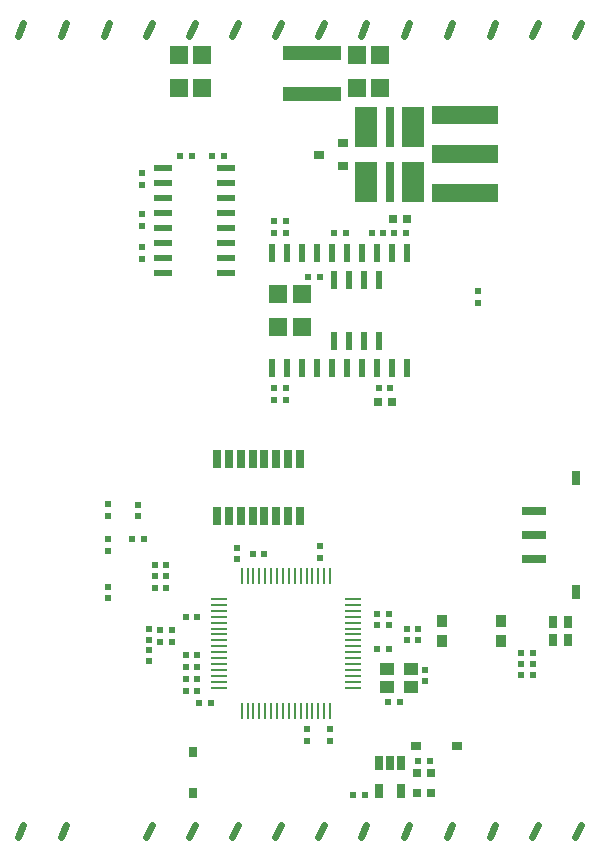
<source format=gbr>
G04 #@! TF.FileFunction,Paste,Top*
%FSLAX46Y46*%
G04 Gerber Fmt 4.6, Leading zero omitted, Abs format (unit mm)*
G04 Created by KiCad (PCBNEW 4.0.7) date Thu Apr 26 00:57:05 2018*
%MOMM*%
%LPD*%
G01*
G04 APERTURE LIST*
%ADD10C,0.100000*%
%ADD11C,0.600000*%
%ADD12R,0.700000X1.500000*%
%ADD13R,1.200000X1.050000*%
%ADD14R,0.650000X1.200000*%
%ADD15R,1.400000X0.250000*%
%ADD16R,0.250000X1.400000*%
%ADD17R,0.600000X1.600000*%
%ADD18R,1.550000X0.600000*%
%ADD19R,0.650000X0.970000*%
%ADD20R,0.970000X0.650000*%
%ADD21R,0.800000X3.400000*%
%ADD22R,1.850000X3.400000*%
%ADD23R,0.900000X0.800000*%
%ADD24R,5.600000X1.600000*%
%ADD25R,5.000000X1.300000*%
%ADD26R,0.500000X0.600000*%
%ADD27R,0.600000X0.500000*%
%ADD28R,0.700000X0.670000*%
%ADD29R,0.500000X0.500000*%
%ADD30R,0.800000X1.000000*%
%ADD31R,0.889000X0.990600*%
%ADD32R,1.500000X1.500000*%
%ADD33R,2.000000X0.700000*%
%ADD34R,0.750000X1.200000*%
G04 APERTURE END LIST*
D10*
D11*
X9061538Y-615000D02*
X8586538Y-1665000D01*
X48999997Y-615000D02*
X48524997Y-1665000D01*
X38107690Y-615000D02*
X37632690Y-1665000D01*
X41738459Y-615000D02*
X41263459Y-1665000D01*
X45369228Y-615000D02*
X44894228Y-1665000D01*
X27215383Y-615000D02*
X26740383Y-1665000D01*
X30846152Y-615000D02*
X30371152Y-1665000D01*
X34476921Y-615000D02*
X34001921Y-1665000D01*
X5430769Y-615000D02*
X4955769Y-1665000D01*
X16323076Y-615000D02*
X15848076Y-1665000D01*
X1800000Y-615000D02*
X1325000Y-1665000D01*
X12692307Y-615000D02*
X12217307Y-1665000D01*
X19953845Y-615000D02*
X19478845Y-1665000D01*
X23584614Y-615000D02*
X23109614Y-1665000D01*
X38107690Y-68440000D02*
X37632690Y-69490000D01*
X41738459Y-68440000D02*
X41263459Y-69490000D01*
X48999997Y-68440000D02*
X48524997Y-69490000D01*
X45369228Y-68440000D02*
X44894228Y-69490000D01*
X5430769Y-68440000D02*
X4955769Y-69490000D01*
X1800000Y-68440000D02*
X1325000Y-69490000D01*
X34476921Y-68440000D02*
X34001921Y-69490000D01*
X30846152Y-68440000D02*
X30371152Y-69490000D01*
X27215383Y-68440000D02*
X26740383Y-69490000D01*
X23584614Y-68440000D02*
X23109614Y-69490000D01*
X19953845Y-68440000D02*
X19478845Y-69490000D01*
X16323076Y-68440000D02*
X15848076Y-69490000D01*
X12692307Y-68440000D02*
X12217307Y-69490000D01*
D12*
X25200000Y-37525000D03*
X24200000Y-37525000D03*
X23200000Y-37525000D03*
X22200000Y-37525000D03*
X21200000Y-37525000D03*
X20200000Y-37525000D03*
X19200000Y-37525000D03*
X18200000Y-37525000D03*
X25200000Y-42325000D03*
X24200000Y-42325000D03*
X23200000Y-42325000D03*
X22200000Y-42325000D03*
X21200000Y-42325000D03*
X20200000Y-42325000D03*
X19200000Y-42325000D03*
X18200000Y-42325000D03*
D13*
X32575000Y-56825000D03*
X34575000Y-55275000D03*
X34575000Y-56825000D03*
X32575000Y-55275000D03*
D14*
X33775000Y-63200000D03*
X32825000Y-63200000D03*
X31875000Y-63200000D03*
X31875000Y-65600000D03*
X33775000Y-65600000D03*
D15*
X29725000Y-56850000D03*
X29725000Y-56350000D03*
X29725000Y-55850000D03*
X29725000Y-55350000D03*
X29725000Y-54850000D03*
X29725000Y-54350000D03*
X29725000Y-53850000D03*
X29725000Y-53350000D03*
X29725000Y-52850000D03*
X29725000Y-52350000D03*
X29725000Y-51850000D03*
X29725000Y-51350000D03*
X29725000Y-50850000D03*
X29725000Y-50350000D03*
X29725000Y-49850000D03*
X29725000Y-49350000D03*
D16*
X27775000Y-47400000D03*
X27275000Y-47400000D03*
X26775000Y-47400000D03*
X26275000Y-47400000D03*
X25775000Y-47400000D03*
X25275000Y-47400000D03*
X24775000Y-47400000D03*
X24275000Y-47400000D03*
X23775000Y-47400000D03*
X23275000Y-47400000D03*
X22775000Y-47400000D03*
X22275000Y-47400000D03*
X21775000Y-47400000D03*
X21275000Y-47400000D03*
X20775000Y-47400000D03*
X20275000Y-47400000D03*
D15*
X18325000Y-49350000D03*
X18325000Y-49850000D03*
X18325000Y-50350000D03*
X18325000Y-50850000D03*
X18325000Y-51350000D03*
X18325000Y-51850000D03*
X18325000Y-52350000D03*
X18325000Y-52850000D03*
X18325000Y-53350000D03*
X18325000Y-53850000D03*
X18325000Y-54350000D03*
X18325000Y-54850000D03*
X18325000Y-55350000D03*
X18325000Y-55850000D03*
X18325000Y-56350000D03*
X18325000Y-56850000D03*
D16*
X20275000Y-58800000D03*
X20775000Y-58800000D03*
X21275000Y-58800000D03*
X21775000Y-58800000D03*
X22275000Y-58800000D03*
X22775000Y-58800000D03*
X23275000Y-58800000D03*
X23775000Y-58800000D03*
X24275000Y-58800000D03*
X24775000Y-58800000D03*
X25275000Y-58800000D03*
X25775000Y-58800000D03*
X26275000Y-58800000D03*
X26775000Y-58800000D03*
X27275000Y-58800000D03*
X27775000Y-58800000D03*
D17*
X28125000Y-27475000D03*
X29400000Y-27475000D03*
X30650000Y-27475000D03*
X31925000Y-27475000D03*
X31925000Y-22375000D03*
X30650000Y-22375000D03*
X29400000Y-22375000D03*
X28125000Y-22375000D03*
D18*
X13576491Y-12824839D03*
X13576491Y-14094839D03*
X13576491Y-15364839D03*
X13576491Y-16634839D03*
X13576491Y-17904839D03*
X13576491Y-19174839D03*
X13576491Y-20444839D03*
X13576491Y-21714839D03*
X18976491Y-21714839D03*
X18976491Y-20444839D03*
X18976491Y-19174839D03*
X18976491Y-17904839D03*
X18976491Y-16634839D03*
X18976491Y-15364839D03*
X18976491Y-14094839D03*
X18976491Y-12824839D03*
D19*
X16175000Y-65790000D03*
X16175000Y-62310000D03*
D20*
X35010000Y-61800000D03*
X38490000Y-61800000D03*
D21*
X32800000Y-14025000D03*
D22*
X34825000Y-14025000D03*
X30775000Y-14025000D03*
D21*
X32800000Y-9400000D03*
D22*
X34825000Y-9400000D03*
X30775000Y-9400000D03*
D23*
X28825000Y-12675000D03*
X28825000Y-10775000D03*
X26825000Y-11725000D03*
D24*
X39150000Y-15000000D03*
X39150000Y-8400000D03*
X39150000Y-11700000D03*
D25*
X26200000Y-3125000D03*
X26200000Y-6625000D03*
D26*
X12900000Y-46425000D03*
X13900000Y-46425000D03*
X12900000Y-47425000D03*
X13900000Y-47425000D03*
X12900000Y-48425000D03*
X13900000Y-48425000D03*
X21200000Y-45500000D03*
X22200000Y-45500000D03*
X29075000Y-18350000D03*
X28075000Y-18350000D03*
D27*
X13400000Y-52950000D03*
X13400000Y-51950000D03*
D26*
X15525000Y-50850000D03*
X16525000Y-50850000D03*
X15525000Y-54100000D03*
X16525000Y-54100000D03*
X15525000Y-56100000D03*
X16525000Y-56100000D03*
X43920000Y-53890000D03*
X44920000Y-53890000D03*
X31275000Y-18350000D03*
X32275000Y-18350000D03*
X34250000Y-51850000D03*
X35250000Y-51850000D03*
X34250000Y-52800000D03*
X35250000Y-52800000D03*
X43920000Y-54840000D03*
X44920000Y-54840000D03*
X43920000Y-55790000D03*
X44920000Y-55790000D03*
D27*
X25775000Y-60350000D03*
X25775000Y-61350000D03*
X12425000Y-54625000D03*
X12425000Y-53625000D03*
D26*
X11000000Y-44300000D03*
X12000000Y-44300000D03*
D27*
X11500000Y-41350000D03*
X11500000Y-42350000D03*
D26*
X31750000Y-51550000D03*
X32750000Y-51550000D03*
D27*
X14350000Y-51950000D03*
X14350000Y-52950000D03*
X19850000Y-45000000D03*
X19850000Y-46000000D03*
X11825000Y-14300000D03*
X11825000Y-13300000D03*
X35820000Y-56320000D03*
X35820000Y-55320000D03*
D26*
X24000000Y-18350000D03*
X23000000Y-18350000D03*
X33150000Y-18350000D03*
X34150000Y-18350000D03*
X26900000Y-22050000D03*
X25900000Y-22050000D03*
X32750000Y-50600000D03*
X31750000Y-50600000D03*
X16700000Y-58160000D03*
X17700000Y-58160000D03*
D27*
X26950000Y-44850000D03*
X26950000Y-45850000D03*
D26*
X31750000Y-53550000D03*
X32750000Y-53550000D03*
X33690000Y-58040000D03*
X32690000Y-58040000D03*
D27*
X11825000Y-19575000D03*
X11825000Y-20575000D03*
D26*
X15075000Y-11800000D03*
X16075000Y-11800000D03*
X18775000Y-11800000D03*
X17775000Y-11800000D03*
D27*
X11825000Y-17775000D03*
X11825000Y-16775000D03*
D26*
X29720000Y-65930000D03*
X30720000Y-65930000D03*
D27*
X27775000Y-61350000D03*
X27775000Y-60350000D03*
D26*
X31875000Y-31500000D03*
X32875000Y-31500000D03*
X35250000Y-63050000D03*
X36250000Y-63050000D03*
D28*
X35150000Y-64100000D03*
X36350000Y-64100000D03*
X35150000Y-65800000D03*
X36350000Y-65800000D03*
D29*
X15525000Y-57100000D03*
X16525000Y-57100000D03*
X16525000Y-55100000D03*
X15525000Y-55100000D03*
X9000000Y-41300000D03*
X9000000Y-42300000D03*
X9000000Y-44300000D03*
X9000000Y-45300000D03*
X9000000Y-48300000D03*
X9000000Y-49300000D03*
D30*
X46615000Y-52812000D03*
X46615000Y-51288000D03*
X47885000Y-52812000D03*
X47885000Y-51288000D03*
D31*
X37250000Y-52862800D03*
X37250000Y-51237200D03*
X42250000Y-52862800D03*
X42250000Y-51237200D03*
D29*
X40250000Y-24300000D03*
X40250000Y-23300000D03*
X12425000Y-52850000D03*
X12425000Y-51850000D03*
D32*
X14950000Y-6072000D03*
X14950000Y-3278000D03*
X32025000Y-6072000D03*
X32025000Y-3278000D03*
X16950000Y-6072000D03*
X16950000Y-3278000D03*
X30025000Y-6072000D03*
X30025000Y-3278000D03*
D28*
X33075000Y-17200000D03*
X34275000Y-17200000D03*
X31800000Y-32650000D03*
X33000000Y-32650000D03*
D26*
X24000000Y-31500000D03*
X23000000Y-31500000D03*
D17*
X22860000Y-20025000D03*
X22860000Y-29825000D03*
X24130000Y-20025000D03*
X24130000Y-29825000D03*
X25400000Y-20025000D03*
X25400000Y-29825000D03*
X26670000Y-20025000D03*
X26670000Y-29825000D03*
X27940000Y-20025000D03*
X27940000Y-29825000D03*
X29210000Y-20025000D03*
X29210000Y-29825000D03*
X30480000Y-20025000D03*
X30480000Y-29825000D03*
X31750000Y-20025000D03*
X31750000Y-29825000D03*
X33020000Y-20025000D03*
X33020000Y-29825000D03*
X34290000Y-20025000D03*
X34290000Y-29825000D03*
D26*
X24000000Y-32500000D03*
X23000000Y-32500000D03*
X24000000Y-17350000D03*
X23000000Y-17350000D03*
D32*
X25400000Y-26322000D03*
X25400000Y-23528000D03*
X23375000Y-23528000D03*
X23375000Y-26322000D03*
D33*
X45025000Y-45925000D03*
X45025000Y-43925000D03*
X45025000Y-41925000D03*
D34*
X48575000Y-48775000D03*
X48575000Y-39075000D03*
M02*

</source>
